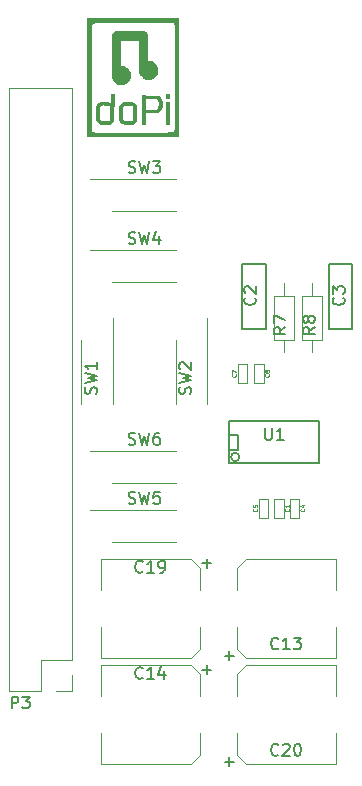
<source format=gbr>
G04 #@! TF.FileFunction,Legend,Top*
%FSLAX46Y46*%
G04 Gerber Fmt 4.6, Leading zero omitted, Abs format (unit mm)*
G04 Created by KiCad (PCBNEW 4.0.7) date 05/16/18 21:08:28*
%MOMM*%
%LPD*%
G01*
G04 APERTURE LIST*
%ADD10C,0.100000*%
%ADD11C,0.120000*%
%ADD12C,0.075000*%
%ADD13C,0.150000*%
%ADD14C,0.010000*%
%ADD15C,0.050000*%
G04 APERTURE END LIST*
D10*
D11*
X107390000Y-75670000D02*
X114700000Y-75670000D01*
X109300000Y-78330000D02*
X114700000Y-78330000D01*
D12*
X123400000Y-98300000D02*
X123800000Y-98300000D01*
X123800000Y-98300000D02*
X123800000Y-96700000D01*
X123800000Y-96700000D02*
X123000000Y-96700000D01*
X123000000Y-96700000D02*
X123000000Y-98300000D01*
X123000000Y-98300000D02*
X123400000Y-98300000D01*
D13*
X120300000Y-76850000D02*
X120300000Y-82350000D01*
X120300000Y-82350000D02*
X122300000Y-82350000D01*
X122300000Y-82350000D02*
X122300000Y-76850000D01*
X122300000Y-76850000D02*
X120300000Y-76850000D01*
X129600000Y-82350000D02*
X129600000Y-76850000D01*
X129600000Y-76850000D02*
X127600000Y-76850000D01*
X127600000Y-76850000D02*
X127600000Y-82350000D01*
X127600000Y-82350000D02*
X129600000Y-82350000D01*
D12*
X124700000Y-98300000D02*
X125100000Y-98300000D01*
X125100000Y-98300000D02*
X125100000Y-96700000D01*
X125100000Y-96700000D02*
X124300000Y-96700000D01*
X124300000Y-96700000D02*
X124300000Y-98300000D01*
X124300000Y-98300000D02*
X124700000Y-98300000D01*
X122100000Y-96700000D02*
X121700000Y-96700000D01*
X121700000Y-96700000D02*
X121700000Y-98300000D01*
X121700000Y-98300000D02*
X122500000Y-98300000D01*
X122500000Y-98300000D02*
X122500000Y-96700000D01*
X122500000Y-96700000D02*
X122100000Y-96700000D01*
X120300000Y-85300000D02*
X119900000Y-85300000D01*
X119900000Y-85300000D02*
X119900000Y-86900000D01*
X119900000Y-86900000D02*
X120700000Y-86900000D01*
X120700000Y-86900000D02*
X120700000Y-85300000D01*
X120700000Y-85300000D02*
X120300000Y-85300000D01*
X121700000Y-86900000D02*
X122100000Y-86900000D01*
X122100000Y-86900000D02*
X122100000Y-85300000D01*
X122100000Y-85300000D02*
X121300000Y-85300000D01*
X121300000Y-85300000D02*
X121300000Y-86900000D01*
X121300000Y-86900000D02*
X121700000Y-86900000D01*
D11*
X119810000Y-102570000D02*
X119810000Y-104440000D01*
X119810000Y-109430000D02*
X119810000Y-107560000D01*
X128190000Y-110190000D02*
X128190000Y-107560000D01*
X128190000Y-101810000D02*
X128190000Y-104440000D01*
X128190000Y-110190000D02*
X120570000Y-110190000D01*
X120570000Y-110190000D02*
X119810000Y-109430000D01*
X119810000Y-102570000D02*
X120570000Y-101810000D01*
X120570000Y-101810000D02*
X128190000Y-101810000D01*
X116690000Y-118430000D02*
X116690000Y-116560000D01*
X116690000Y-111570000D02*
X116690000Y-113440000D01*
X108310000Y-110810000D02*
X108310000Y-113440000D01*
X108310000Y-119190000D02*
X108310000Y-116560000D01*
X108310000Y-110810000D02*
X115930000Y-110810000D01*
X115930000Y-110810000D02*
X116690000Y-111570000D01*
X116690000Y-118430000D02*
X115930000Y-119190000D01*
X115930000Y-119190000D02*
X108310000Y-119190000D01*
X116690000Y-109430000D02*
X116690000Y-107560000D01*
X116690000Y-102570000D02*
X116690000Y-104440000D01*
X108310000Y-101810000D02*
X108310000Y-104440000D01*
X108310000Y-110190000D02*
X108310000Y-107560000D01*
X108310000Y-101810000D02*
X115930000Y-101810000D01*
X115930000Y-101810000D02*
X116690000Y-102570000D01*
X116690000Y-109430000D02*
X115930000Y-110190000D01*
X115930000Y-110190000D02*
X108310000Y-110190000D01*
X119810000Y-111570000D02*
X119810000Y-113440000D01*
X119810000Y-118430000D02*
X119810000Y-116560000D01*
X128190000Y-119190000D02*
X128190000Y-116560000D01*
X128190000Y-110810000D02*
X128190000Y-113440000D01*
X128190000Y-119190000D02*
X120570000Y-119190000D01*
X120570000Y-119190000D02*
X119810000Y-118430000D01*
X119810000Y-111570000D02*
X120570000Y-110810000D01*
X120570000Y-110810000D02*
X128190000Y-110810000D01*
X105890000Y-110330000D02*
X105890000Y-61950000D01*
X105890000Y-61950000D02*
X100570000Y-61950000D01*
X100570000Y-61950000D02*
X100570000Y-112990000D01*
X100570000Y-112990000D02*
X103230000Y-112990000D01*
X103230000Y-112990000D02*
X103230000Y-110330000D01*
X103230000Y-110330000D02*
X105890000Y-110330000D01*
X105890000Y-111600000D02*
X105890000Y-112990000D01*
X105890000Y-112990000D02*
X104500000Y-112990000D01*
X122940000Y-83250000D02*
X124660000Y-83250000D01*
X124660000Y-83250000D02*
X124660000Y-79530000D01*
X124660000Y-79530000D02*
X122940000Y-79530000D01*
X122940000Y-79530000D02*
X122940000Y-83250000D01*
X123800000Y-84320000D02*
X123800000Y-83250000D01*
X123800000Y-78460000D02*
X123800000Y-79530000D01*
X125340000Y-83250000D02*
X127060000Y-83250000D01*
X127060000Y-83250000D02*
X127060000Y-79530000D01*
X127060000Y-79530000D02*
X125340000Y-79530000D01*
X125340000Y-79530000D02*
X125340000Y-83250000D01*
X126200000Y-84320000D02*
X126200000Y-83250000D01*
X126200000Y-78460000D02*
X126200000Y-79530000D01*
D13*
X126810000Y-90122000D02*
X119190000Y-90122000D01*
X119190000Y-93678000D02*
X126810000Y-93678000D01*
X126810000Y-90122000D02*
X126810000Y-93678000D01*
X119190000Y-93678000D02*
X119190000Y-90122000D01*
X120057210Y-93170000D02*
G75*
G03X120057210Y-93170000I-359210J0D01*
G01*
X119190000Y-91265000D02*
X119952000Y-91265000D01*
X119952000Y-91265000D02*
X119952000Y-92535000D01*
X119952000Y-92535000D02*
X119190000Y-92535000D01*
D11*
X109330000Y-81390000D02*
X109330000Y-88700000D01*
X106670000Y-83300000D02*
X106670000Y-88700000D01*
X117330000Y-81390000D02*
X117330000Y-88700000D01*
X114670000Y-83300000D02*
X114670000Y-88700000D01*
X107390000Y-69670000D02*
X114700000Y-69670000D01*
X109300000Y-72330000D02*
X114700000Y-72330000D01*
X107390000Y-97670000D02*
X114700000Y-97670000D01*
X109300000Y-100330000D02*
X114700000Y-100330000D01*
X107390000Y-92670000D02*
X114700000Y-92670000D01*
X109300000Y-95330000D02*
X114700000Y-95330000D01*
D14*
G36*
X114843866Y-65978400D02*
X107173067Y-65978400D01*
X107173067Y-61119926D01*
X107443705Y-61119926D01*
X107443794Y-61452982D01*
X107443982Y-61784517D01*
X107444268Y-62112791D01*
X107444652Y-62436064D01*
X107445134Y-62752595D01*
X107445713Y-63060645D01*
X107446390Y-63358473D01*
X107447163Y-63644339D01*
X107448032Y-63916503D01*
X107448997Y-64173224D01*
X107450058Y-64412762D01*
X107451214Y-64633377D01*
X107452465Y-64833329D01*
X107453810Y-65010877D01*
X107455250Y-65164282D01*
X107456783Y-65291802D01*
X107458410Y-65391698D01*
X107460130Y-65462230D01*
X107461942Y-65501657D01*
X107463049Y-65509613D01*
X107523407Y-65591130D01*
X107608195Y-65653792D01*
X107706467Y-65691740D01*
X107728311Y-65692985D01*
X107782361Y-65694170D01*
X107866955Y-65695289D01*
X107980431Y-65696338D01*
X108121129Y-65697312D01*
X108287386Y-65698205D01*
X108477542Y-65699014D01*
X108689935Y-65699732D01*
X108922903Y-65700355D01*
X109174786Y-65700879D01*
X109443921Y-65701297D01*
X109728649Y-65701606D01*
X110027306Y-65701800D01*
X110338232Y-65701875D01*
X110659766Y-65701826D01*
X110990245Y-65701647D01*
X111042333Y-65701607D01*
X111434546Y-65701287D01*
X111794320Y-65700968D01*
X112123082Y-65700634D01*
X112422261Y-65700272D01*
X112693284Y-65699865D01*
X112937579Y-65699401D01*
X113156574Y-65698864D01*
X113351696Y-65698239D01*
X113524373Y-65697512D01*
X113676033Y-65696668D01*
X113808103Y-65695694D01*
X113922011Y-65694573D01*
X114019185Y-65693292D01*
X114101052Y-65691836D01*
X114169041Y-65690190D01*
X114224579Y-65688339D01*
X114269093Y-65686270D01*
X114304012Y-65683967D01*
X114330763Y-65681417D01*
X114350773Y-65678603D01*
X114365471Y-65675512D01*
X114376285Y-65672129D01*
X114384641Y-65668440D01*
X114386666Y-65667386D01*
X114478643Y-65604861D01*
X114541200Y-65531915D01*
X114549142Y-65517808D01*
X114551787Y-65495944D01*
X114554295Y-65441928D01*
X114556666Y-65357475D01*
X114558899Y-65244297D01*
X114560995Y-65104110D01*
X114562953Y-64938627D01*
X114564774Y-64749563D01*
X114566458Y-64538631D01*
X114568004Y-64307547D01*
X114569413Y-64058024D01*
X114570684Y-63791777D01*
X114571819Y-63510519D01*
X114572815Y-63215964D01*
X114573675Y-62909828D01*
X114574397Y-62593824D01*
X114574982Y-62269666D01*
X114575429Y-61939068D01*
X114575739Y-61603746D01*
X114575912Y-61265412D01*
X114575947Y-60925781D01*
X114575845Y-60586567D01*
X114575605Y-60249485D01*
X114575229Y-59916248D01*
X114574714Y-59588571D01*
X114574063Y-59268168D01*
X114573274Y-58956753D01*
X114572347Y-58656040D01*
X114571284Y-58367744D01*
X114570083Y-58093578D01*
X114568744Y-57835257D01*
X114567268Y-57594495D01*
X114565655Y-57373006D01*
X114563905Y-57172505D01*
X114562017Y-56994705D01*
X114559992Y-56841321D01*
X114557829Y-56714067D01*
X114555529Y-56614656D01*
X114553092Y-56544804D01*
X114550517Y-56506225D01*
X114549142Y-56499126D01*
X114492251Y-56424601D01*
X114405372Y-56359973D01*
X114386666Y-56349548D01*
X114378619Y-56345711D01*
X114368516Y-56342198D01*
X114354903Y-56338994D01*
X114336329Y-56336085D01*
X114311338Y-56333456D01*
X114278479Y-56331094D01*
X114236298Y-56328984D01*
X114183341Y-56327112D01*
X114118155Y-56325464D01*
X114039288Y-56324025D01*
X113945286Y-56322782D01*
X113834695Y-56321720D01*
X113706062Y-56320825D01*
X113557935Y-56320083D01*
X113388860Y-56319479D01*
X113197383Y-56319000D01*
X112982051Y-56318630D01*
X112741412Y-56318357D01*
X112474012Y-56318166D01*
X112178397Y-56318042D01*
X111853114Y-56317971D01*
X111496711Y-56317940D01*
X111152400Y-56317934D01*
X110758754Y-56317900D01*
X110397518Y-56317833D01*
X110067237Y-56317786D01*
X109766454Y-56317810D01*
X109493714Y-56317957D01*
X109247561Y-56318279D01*
X109026538Y-56318830D01*
X108829190Y-56319660D01*
X108654060Y-56320821D01*
X108499693Y-56322366D01*
X108364633Y-56324348D01*
X108247424Y-56326817D01*
X108146609Y-56329826D01*
X108060732Y-56333427D01*
X107988339Y-56337672D01*
X107927972Y-56342614D01*
X107878176Y-56348304D01*
X107837494Y-56354794D01*
X107804471Y-56362137D01*
X107777651Y-56370385D01*
X107755578Y-56379589D01*
X107736795Y-56389801D01*
X107719847Y-56401075D01*
X107703278Y-56413461D01*
X107685632Y-56427013D01*
X107665452Y-56441781D01*
X107664133Y-56442704D01*
X107579231Y-56518283D01*
X107517698Y-56611947D01*
X107477302Y-56727822D01*
X107461263Y-56817467D01*
X107459407Y-56848769D01*
X107457656Y-56911615D01*
X107456011Y-57004265D01*
X107454471Y-57124978D01*
X107453035Y-57272015D01*
X107451703Y-57443634D01*
X107450475Y-57638096D01*
X107449350Y-57853661D01*
X107448329Y-58088588D01*
X107447410Y-58341136D01*
X107446594Y-58609567D01*
X107445879Y-58892139D01*
X107445267Y-59187113D01*
X107444755Y-59492747D01*
X107444345Y-59807302D01*
X107444035Y-60129038D01*
X107443825Y-60456214D01*
X107443715Y-60787090D01*
X107443705Y-61119926D01*
X107173067Y-61119926D01*
X107173067Y-56038534D01*
X114843866Y-56038534D01*
X114843866Y-65978400D01*
X114843866Y-65978400D01*
G37*
X114843866Y-65978400D02*
X107173067Y-65978400D01*
X107173067Y-61119926D01*
X107443705Y-61119926D01*
X107443794Y-61452982D01*
X107443982Y-61784517D01*
X107444268Y-62112791D01*
X107444652Y-62436064D01*
X107445134Y-62752595D01*
X107445713Y-63060645D01*
X107446390Y-63358473D01*
X107447163Y-63644339D01*
X107448032Y-63916503D01*
X107448997Y-64173224D01*
X107450058Y-64412762D01*
X107451214Y-64633377D01*
X107452465Y-64833329D01*
X107453810Y-65010877D01*
X107455250Y-65164282D01*
X107456783Y-65291802D01*
X107458410Y-65391698D01*
X107460130Y-65462230D01*
X107461942Y-65501657D01*
X107463049Y-65509613D01*
X107523407Y-65591130D01*
X107608195Y-65653792D01*
X107706467Y-65691740D01*
X107728311Y-65692985D01*
X107782361Y-65694170D01*
X107866955Y-65695289D01*
X107980431Y-65696338D01*
X108121129Y-65697312D01*
X108287386Y-65698205D01*
X108477542Y-65699014D01*
X108689935Y-65699732D01*
X108922903Y-65700355D01*
X109174786Y-65700879D01*
X109443921Y-65701297D01*
X109728649Y-65701606D01*
X110027306Y-65701800D01*
X110338232Y-65701875D01*
X110659766Y-65701826D01*
X110990245Y-65701647D01*
X111042333Y-65701607D01*
X111434546Y-65701287D01*
X111794320Y-65700968D01*
X112123082Y-65700634D01*
X112422261Y-65700272D01*
X112693284Y-65699865D01*
X112937579Y-65699401D01*
X113156574Y-65698864D01*
X113351696Y-65698239D01*
X113524373Y-65697512D01*
X113676033Y-65696668D01*
X113808103Y-65695694D01*
X113922011Y-65694573D01*
X114019185Y-65693292D01*
X114101052Y-65691836D01*
X114169041Y-65690190D01*
X114224579Y-65688339D01*
X114269093Y-65686270D01*
X114304012Y-65683967D01*
X114330763Y-65681417D01*
X114350773Y-65678603D01*
X114365471Y-65675512D01*
X114376285Y-65672129D01*
X114384641Y-65668440D01*
X114386666Y-65667386D01*
X114478643Y-65604861D01*
X114541200Y-65531915D01*
X114549142Y-65517808D01*
X114551787Y-65495944D01*
X114554295Y-65441928D01*
X114556666Y-65357475D01*
X114558899Y-65244297D01*
X114560995Y-65104110D01*
X114562953Y-64938627D01*
X114564774Y-64749563D01*
X114566458Y-64538631D01*
X114568004Y-64307547D01*
X114569413Y-64058024D01*
X114570684Y-63791777D01*
X114571819Y-63510519D01*
X114572815Y-63215964D01*
X114573675Y-62909828D01*
X114574397Y-62593824D01*
X114574982Y-62269666D01*
X114575429Y-61939068D01*
X114575739Y-61603746D01*
X114575912Y-61265412D01*
X114575947Y-60925781D01*
X114575845Y-60586567D01*
X114575605Y-60249485D01*
X114575229Y-59916248D01*
X114574714Y-59588571D01*
X114574063Y-59268168D01*
X114573274Y-58956753D01*
X114572347Y-58656040D01*
X114571284Y-58367744D01*
X114570083Y-58093578D01*
X114568744Y-57835257D01*
X114567268Y-57594495D01*
X114565655Y-57373006D01*
X114563905Y-57172505D01*
X114562017Y-56994705D01*
X114559992Y-56841321D01*
X114557829Y-56714067D01*
X114555529Y-56614656D01*
X114553092Y-56544804D01*
X114550517Y-56506225D01*
X114549142Y-56499126D01*
X114492251Y-56424601D01*
X114405372Y-56359973D01*
X114386666Y-56349548D01*
X114378619Y-56345711D01*
X114368516Y-56342198D01*
X114354903Y-56338994D01*
X114336329Y-56336085D01*
X114311338Y-56333456D01*
X114278479Y-56331094D01*
X114236298Y-56328984D01*
X114183341Y-56327112D01*
X114118155Y-56325464D01*
X114039288Y-56324025D01*
X113945286Y-56322782D01*
X113834695Y-56321720D01*
X113706062Y-56320825D01*
X113557935Y-56320083D01*
X113388860Y-56319479D01*
X113197383Y-56319000D01*
X112982051Y-56318630D01*
X112741412Y-56318357D01*
X112474012Y-56318166D01*
X112178397Y-56318042D01*
X111853114Y-56317971D01*
X111496711Y-56317940D01*
X111152400Y-56317934D01*
X110758754Y-56317900D01*
X110397518Y-56317833D01*
X110067237Y-56317786D01*
X109766454Y-56317810D01*
X109493714Y-56317957D01*
X109247561Y-56318279D01*
X109026538Y-56318830D01*
X108829190Y-56319660D01*
X108654060Y-56320821D01*
X108499693Y-56322366D01*
X108364633Y-56324348D01*
X108247424Y-56326817D01*
X108146609Y-56329826D01*
X108060732Y-56333427D01*
X107988339Y-56337672D01*
X107927972Y-56342614D01*
X107878176Y-56348304D01*
X107837494Y-56354794D01*
X107804471Y-56362137D01*
X107777651Y-56370385D01*
X107755578Y-56379589D01*
X107736795Y-56389801D01*
X107719847Y-56401075D01*
X107703278Y-56413461D01*
X107685632Y-56427013D01*
X107665452Y-56441781D01*
X107664133Y-56442704D01*
X107579231Y-56518283D01*
X107517698Y-56611947D01*
X107477302Y-56727822D01*
X107461263Y-56817467D01*
X107459407Y-56848769D01*
X107457656Y-56911615D01*
X107456011Y-57004265D01*
X107454471Y-57124978D01*
X107453035Y-57272015D01*
X107451703Y-57443634D01*
X107450475Y-57638096D01*
X107449350Y-57853661D01*
X107448329Y-58088588D01*
X107447410Y-58341136D01*
X107446594Y-58609567D01*
X107445879Y-58892139D01*
X107445267Y-59187113D01*
X107444755Y-59492747D01*
X107444345Y-59807302D01*
X107444035Y-60129038D01*
X107443825Y-60456214D01*
X107443715Y-60787090D01*
X107443705Y-61119926D01*
X107173067Y-61119926D01*
X107173067Y-56038534D01*
X114843866Y-56038534D01*
X114843866Y-65978400D01*
G36*
X109382867Y-64615267D02*
X109343859Y-64699934D01*
X109297462Y-64783407D01*
X109241348Y-64845906D01*
X109166024Y-64896628D01*
X109114495Y-64922141D01*
X109076332Y-64938944D01*
X109042183Y-64951327D01*
X109005892Y-64960055D01*
X108961304Y-64965892D01*
X108902264Y-64969601D01*
X108822615Y-64971947D01*
X108716204Y-64973694D01*
X108697067Y-64973958D01*
X108551321Y-64974534D01*
X108437376Y-64971768D01*
X108353321Y-64965575D01*
X108299133Y-64956368D01*
X108169203Y-64909477D01*
X108066482Y-64842740D01*
X107990386Y-64755663D01*
X107942822Y-64655460D01*
X107935529Y-64628846D01*
X107929790Y-64595357D01*
X107925483Y-64551259D01*
X107922488Y-64492818D01*
X107920682Y-64416302D01*
X107919944Y-64317975D01*
X107920002Y-64283180D01*
X108173461Y-64283180D01*
X108173675Y-64375119D01*
X108174962Y-64445441D01*
X108177521Y-64498226D01*
X108181549Y-64537557D01*
X108187243Y-64567514D01*
X108194800Y-64592181D01*
X108204367Y-64615520D01*
X108228765Y-64661984D01*
X108258625Y-64697353D01*
X108298615Y-64723085D01*
X108353403Y-64740636D01*
X108427657Y-64751464D01*
X108526045Y-64757028D01*
X108653234Y-64758784D01*
X108663200Y-64758802D01*
X108772137Y-64758377D01*
X108853019Y-64756459D01*
X108911643Y-64752546D01*
X108953807Y-64746136D01*
X108985307Y-64736728D01*
X109001290Y-64729541D01*
X109049767Y-64694131D01*
X109090727Y-64646678D01*
X109094424Y-64640667D01*
X109104582Y-64621217D01*
X109112609Y-64599072D01*
X109118813Y-64570066D01*
X109123501Y-64530035D01*
X109126980Y-64474816D01*
X109129559Y-64400243D01*
X109131545Y-64302152D01*
X109133246Y-64176379D01*
X109134060Y-64104175D01*
X109135367Y-63947517D01*
X109135234Y-63820744D01*
X109133222Y-63719886D01*
X109128891Y-63640976D01*
X109121804Y-63580045D01*
X109111521Y-63533126D01*
X109097604Y-63496251D01*
X109079614Y-63465451D01*
X109060751Y-63441034D01*
X109020454Y-63401322D01*
X108971996Y-63371599D01*
X108909894Y-63350349D01*
X108828668Y-63336057D01*
X108722838Y-63327207D01*
X108635896Y-63323583D01*
X108538050Y-63321088D01*
X108466852Y-63321006D01*
X108415131Y-63323946D01*
X108375715Y-63330515D01*
X108341435Y-63341323D01*
X108319598Y-63350427D01*
X108283320Y-63367235D01*
X108253983Y-63384668D01*
X108230809Y-63406326D01*
X108213022Y-63435812D01*
X108199842Y-63476729D01*
X108190494Y-63532677D01*
X108184198Y-63607259D01*
X108180179Y-63704077D01*
X108177657Y-63826734D01*
X108175856Y-63978830D01*
X108175465Y-64018119D01*
X108174123Y-64165540D01*
X108173461Y-64283180D01*
X107920002Y-64283180D01*
X107920152Y-64194106D01*
X107921185Y-64040960D01*
X107921523Y-64001621D01*
X107926600Y-63427197D01*
X107977800Y-63344422D01*
X108030808Y-63272457D01*
X108093297Y-63216194D01*
X108169511Y-63174116D01*
X108263696Y-63144709D01*
X108380097Y-63126457D01*
X108522959Y-63117844D01*
X108615776Y-63116667D01*
X108749137Y-63119244D01*
X108854565Y-63127863D01*
X108937665Y-63143858D01*
X109004043Y-63168562D01*
X109059302Y-63203309D01*
X109089199Y-63229288D01*
X109137333Y-63275403D01*
X109137333Y-62456267D01*
X109392523Y-62456267D01*
X109382867Y-64615267D01*
X109382867Y-64615267D01*
G37*
X109382867Y-64615267D02*
X109343859Y-64699934D01*
X109297462Y-64783407D01*
X109241348Y-64845906D01*
X109166024Y-64896628D01*
X109114495Y-64922141D01*
X109076332Y-64938944D01*
X109042183Y-64951327D01*
X109005892Y-64960055D01*
X108961304Y-64965892D01*
X108902264Y-64969601D01*
X108822615Y-64971947D01*
X108716204Y-64973694D01*
X108697067Y-64973958D01*
X108551321Y-64974534D01*
X108437376Y-64971768D01*
X108353321Y-64965575D01*
X108299133Y-64956368D01*
X108169203Y-64909477D01*
X108066482Y-64842740D01*
X107990386Y-64755663D01*
X107942822Y-64655460D01*
X107935529Y-64628846D01*
X107929790Y-64595357D01*
X107925483Y-64551259D01*
X107922488Y-64492818D01*
X107920682Y-64416302D01*
X107919944Y-64317975D01*
X107920002Y-64283180D01*
X108173461Y-64283180D01*
X108173675Y-64375119D01*
X108174962Y-64445441D01*
X108177521Y-64498226D01*
X108181549Y-64537557D01*
X108187243Y-64567514D01*
X108194800Y-64592181D01*
X108204367Y-64615520D01*
X108228765Y-64661984D01*
X108258625Y-64697353D01*
X108298615Y-64723085D01*
X108353403Y-64740636D01*
X108427657Y-64751464D01*
X108526045Y-64757028D01*
X108653234Y-64758784D01*
X108663200Y-64758802D01*
X108772137Y-64758377D01*
X108853019Y-64756459D01*
X108911643Y-64752546D01*
X108953807Y-64746136D01*
X108985307Y-64736728D01*
X109001290Y-64729541D01*
X109049767Y-64694131D01*
X109090727Y-64646678D01*
X109094424Y-64640667D01*
X109104582Y-64621217D01*
X109112609Y-64599072D01*
X109118813Y-64570066D01*
X109123501Y-64530035D01*
X109126980Y-64474816D01*
X109129559Y-64400243D01*
X109131545Y-64302152D01*
X109133246Y-64176379D01*
X109134060Y-64104175D01*
X109135367Y-63947517D01*
X109135234Y-63820744D01*
X109133222Y-63719886D01*
X109128891Y-63640976D01*
X109121804Y-63580045D01*
X109111521Y-63533126D01*
X109097604Y-63496251D01*
X109079614Y-63465451D01*
X109060751Y-63441034D01*
X109020454Y-63401322D01*
X108971996Y-63371599D01*
X108909894Y-63350349D01*
X108828668Y-63336057D01*
X108722838Y-63327207D01*
X108635896Y-63323583D01*
X108538050Y-63321088D01*
X108466852Y-63321006D01*
X108415131Y-63323946D01*
X108375715Y-63330515D01*
X108341435Y-63341323D01*
X108319598Y-63350427D01*
X108283320Y-63367235D01*
X108253983Y-63384668D01*
X108230809Y-63406326D01*
X108213022Y-63435812D01*
X108199842Y-63476729D01*
X108190494Y-63532677D01*
X108184198Y-63607259D01*
X108180179Y-63704077D01*
X108177657Y-63826734D01*
X108175856Y-63978830D01*
X108175465Y-64018119D01*
X108174123Y-64165540D01*
X108173461Y-64283180D01*
X107920002Y-64283180D01*
X107920152Y-64194106D01*
X107921185Y-64040960D01*
X107921523Y-64001621D01*
X107926600Y-63427197D01*
X107977800Y-63344422D01*
X108030808Y-63272457D01*
X108093297Y-63216194D01*
X108169511Y-63174116D01*
X108263696Y-63144709D01*
X108380097Y-63126457D01*
X108522959Y-63117844D01*
X108615776Y-63116667D01*
X108749137Y-63119244D01*
X108854565Y-63127863D01*
X108937665Y-63143858D01*
X109004043Y-63168562D01*
X109059302Y-63203309D01*
X109089199Y-63229288D01*
X109137333Y-63275403D01*
X109137333Y-62456267D01*
X109392523Y-62456267D01*
X109382867Y-64615267D01*
G36*
X110699458Y-63125826D02*
X110785900Y-63126965D01*
X110850439Y-63129645D01*
X110899057Y-63134409D01*
X110937734Y-63141797D01*
X110972450Y-63152354D01*
X111001343Y-63163425D01*
X111117868Y-63225877D01*
X111209103Y-63308012D01*
X111272567Y-63407594D01*
X111272764Y-63408030D01*
X111283876Y-63433391D01*
X111292743Y-63457616D01*
X111299620Y-63484705D01*
X111304758Y-63518656D01*
X111308412Y-63563469D01*
X111310834Y-63623142D01*
X111312277Y-63701675D01*
X111312995Y-63803067D01*
X111313240Y-63931315D01*
X111313266Y-64048000D01*
X111313266Y-64598334D01*
X111262466Y-64699932D01*
X111193315Y-64803343D01*
X111101436Y-64881843D01*
X110986072Y-64936069D01*
X110978086Y-64938660D01*
X110923691Y-64950113D01*
X110843717Y-64959670D01*
X110746412Y-64967053D01*
X110640024Y-64971987D01*
X110532803Y-64974195D01*
X110432996Y-64973402D01*
X110348852Y-64969330D01*
X110288800Y-64961741D01*
X110153658Y-64921257D01*
X110045153Y-64860993D01*
X109961725Y-64779927D01*
X109924094Y-64722760D01*
X109873933Y-64632200D01*
X109868820Y-64083886D01*
X109868394Y-64031712D01*
X110119493Y-64031712D01*
X110119573Y-64175342D01*
X110120014Y-64289270D01*
X110121091Y-64377661D01*
X110123079Y-64444682D01*
X110126254Y-64494497D01*
X110130892Y-64531270D01*
X110137268Y-64559168D01*
X110145657Y-64582355D01*
X110156335Y-64604996D01*
X110157567Y-64607446D01*
X110201749Y-64672108D01*
X110264006Y-64717371D01*
X110271221Y-64721100D01*
X110304141Y-64736176D01*
X110337572Y-64746686D01*
X110378393Y-64753435D01*
X110433482Y-64757232D01*
X110509717Y-64758882D01*
X110596085Y-64759200D01*
X110688573Y-64757999D01*
X110772454Y-64754698D01*
X110840218Y-64749753D01*
X110884354Y-64743620D01*
X110893064Y-64741190D01*
X110970002Y-64695251D01*
X111023933Y-64624752D01*
X111051333Y-64544964D01*
X111057646Y-64493872D01*
X111062199Y-64411220D01*
X111064938Y-64299270D01*
X111065807Y-64160285D01*
X111064753Y-63996528D01*
X111064711Y-63992916D01*
X111062537Y-63839157D01*
X111059447Y-63715493D01*
X111054563Y-63618154D01*
X111047012Y-63543368D01*
X111035917Y-63487363D01*
X111020403Y-63446369D01*
X110999594Y-63416614D01*
X110972616Y-63394328D01*
X110938592Y-63375738D01*
X110919401Y-63366976D01*
X110888134Y-63354686D01*
X110854847Y-63346090D01*
X110813364Y-63340720D01*
X110757508Y-63338107D01*
X110681102Y-63337780D01*
X110577971Y-63339272D01*
X110559543Y-63339628D01*
X110453116Y-63342087D01*
X110374940Y-63345079D01*
X110319399Y-63349293D01*
X110280878Y-63355414D01*
X110253760Y-63364129D01*
X110232431Y-63376124D01*
X110226494Y-63380337D01*
X110197593Y-63402853D01*
X110174422Y-63426005D01*
X110156349Y-63453639D01*
X110142741Y-63489602D01*
X110132968Y-63537740D01*
X110126398Y-63601899D01*
X110122397Y-63685925D01*
X110120336Y-63793665D01*
X110119582Y-63928964D01*
X110119493Y-64031712D01*
X109868394Y-64031712D01*
X109867558Y-63929669D01*
X109867056Y-63805248D01*
X109867470Y-63706559D01*
X109868956Y-63629539D01*
X109871671Y-63570121D01*
X109875771Y-63524242D01*
X109881413Y-63487837D01*
X109888753Y-63456842D01*
X109893573Y-63440621D01*
X109943309Y-63337525D01*
X110021032Y-63250763D01*
X110123449Y-63183690D01*
X110163377Y-63165939D01*
X110200953Y-63151898D01*
X110236848Y-63141585D01*
X110277126Y-63134419D01*
X110327850Y-63129823D01*
X110395082Y-63127217D01*
X110484887Y-63126024D01*
X110585133Y-63125685D01*
X110699458Y-63125826D01*
X110699458Y-63125826D01*
G37*
X110699458Y-63125826D02*
X110785900Y-63126965D01*
X110850439Y-63129645D01*
X110899057Y-63134409D01*
X110937734Y-63141797D01*
X110972450Y-63152354D01*
X111001343Y-63163425D01*
X111117868Y-63225877D01*
X111209103Y-63308012D01*
X111272567Y-63407594D01*
X111272764Y-63408030D01*
X111283876Y-63433391D01*
X111292743Y-63457616D01*
X111299620Y-63484705D01*
X111304758Y-63518656D01*
X111308412Y-63563469D01*
X111310834Y-63623142D01*
X111312277Y-63701675D01*
X111312995Y-63803067D01*
X111313240Y-63931315D01*
X111313266Y-64048000D01*
X111313266Y-64598334D01*
X111262466Y-64699932D01*
X111193315Y-64803343D01*
X111101436Y-64881843D01*
X110986072Y-64936069D01*
X110978086Y-64938660D01*
X110923691Y-64950113D01*
X110843717Y-64959670D01*
X110746412Y-64967053D01*
X110640024Y-64971987D01*
X110532803Y-64974195D01*
X110432996Y-64973402D01*
X110348852Y-64969330D01*
X110288800Y-64961741D01*
X110153658Y-64921257D01*
X110045153Y-64860993D01*
X109961725Y-64779927D01*
X109924094Y-64722760D01*
X109873933Y-64632200D01*
X109868820Y-64083886D01*
X109868394Y-64031712D01*
X110119493Y-64031712D01*
X110119573Y-64175342D01*
X110120014Y-64289270D01*
X110121091Y-64377661D01*
X110123079Y-64444682D01*
X110126254Y-64494497D01*
X110130892Y-64531270D01*
X110137268Y-64559168D01*
X110145657Y-64582355D01*
X110156335Y-64604996D01*
X110157567Y-64607446D01*
X110201749Y-64672108D01*
X110264006Y-64717371D01*
X110271221Y-64721100D01*
X110304141Y-64736176D01*
X110337572Y-64746686D01*
X110378393Y-64753435D01*
X110433482Y-64757232D01*
X110509717Y-64758882D01*
X110596085Y-64759200D01*
X110688573Y-64757999D01*
X110772454Y-64754698D01*
X110840218Y-64749753D01*
X110884354Y-64743620D01*
X110893064Y-64741190D01*
X110970002Y-64695251D01*
X111023933Y-64624752D01*
X111051333Y-64544964D01*
X111057646Y-64493872D01*
X111062199Y-64411220D01*
X111064938Y-64299270D01*
X111065807Y-64160285D01*
X111064753Y-63996528D01*
X111064711Y-63992916D01*
X111062537Y-63839157D01*
X111059447Y-63715493D01*
X111054563Y-63618154D01*
X111047012Y-63543368D01*
X111035917Y-63487363D01*
X111020403Y-63446369D01*
X110999594Y-63416614D01*
X110972616Y-63394328D01*
X110938592Y-63375738D01*
X110919401Y-63366976D01*
X110888134Y-63354686D01*
X110854847Y-63346090D01*
X110813364Y-63340720D01*
X110757508Y-63338107D01*
X110681102Y-63337780D01*
X110577971Y-63339272D01*
X110559543Y-63339628D01*
X110453116Y-63342087D01*
X110374940Y-63345079D01*
X110319399Y-63349293D01*
X110280878Y-63355414D01*
X110253760Y-63364129D01*
X110232431Y-63376124D01*
X110226494Y-63380337D01*
X110197593Y-63402853D01*
X110174422Y-63426005D01*
X110156349Y-63453639D01*
X110142741Y-63489602D01*
X110132968Y-63537740D01*
X110126398Y-63601899D01*
X110122397Y-63685925D01*
X110120336Y-63793665D01*
X110119582Y-63928964D01*
X110119493Y-64031712D01*
X109868394Y-64031712D01*
X109867558Y-63929669D01*
X109867056Y-63805248D01*
X109867470Y-63706559D01*
X109868956Y-63629539D01*
X109871671Y-63570121D01*
X109875771Y-63524242D01*
X109881413Y-63487837D01*
X109888753Y-63456842D01*
X109893573Y-63440621D01*
X109943309Y-63337525D01*
X110021032Y-63250763D01*
X110123449Y-63183690D01*
X110163377Y-63165939D01*
X110200953Y-63151898D01*
X110236848Y-63141585D01*
X110277126Y-63134419D01*
X110327850Y-63129823D01*
X110395082Y-63127217D01*
X110484887Y-63126024D01*
X110585133Y-63125685D01*
X110699458Y-63125826D01*
G36*
X112426633Y-62561466D02*
X112590513Y-62563278D01*
X112724206Y-62565209D01*
X112831392Y-62567451D01*
X112915751Y-62570200D01*
X112980964Y-62573650D01*
X113030709Y-62577994D01*
X113068667Y-62583428D01*
X113098518Y-62590145D01*
X113123729Y-62598262D01*
X113225035Y-62642754D01*
X113306235Y-62696346D01*
X113369029Y-62762625D01*
X113415119Y-62845180D01*
X113446205Y-62947598D01*
X113463989Y-63073466D01*
X113470170Y-63226372D01*
X113469158Y-63326850D01*
X113466126Y-63433048D01*
X113462273Y-63512039D01*
X113456761Y-63570481D01*
X113448753Y-63615034D01*
X113437413Y-63652357D01*
X113424274Y-63683933D01*
X113356820Y-63794308D01*
X113265763Y-63880517D01*
X113151551Y-63942239D01*
X113014629Y-63979153D01*
X113012728Y-63979464D01*
X112965588Y-63984341D01*
X112890709Y-63988705D01*
X112794219Y-63992355D01*
X112682245Y-63995090D01*
X112560914Y-63996710D01*
X112474712Y-63997072D01*
X112044423Y-63997200D01*
X112055735Y-64488267D01*
X112067046Y-64979334D01*
X111812800Y-64979334D01*
X111812800Y-63777067D01*
X112066800Y-63777067D01*
X112494367Y-63776972D01*
X112623684Y-63776230D01*
X112740817Y-63774179D01*
X112840966Y-63770994D01*
X112919333Y-63766849D01*
X112971118Y-63761918D01*
X112985896Y-63759115D01*
X113065175Y-63726384D01*
X113126331Y-63675571D01*
X113170770Y-63603762D01*
X113199899Y-63508043D01*
X113215124Y-63385500D01*
X113218267Y-63277534D01*
X113212296Y-63133588D01*
X113193447Y-63018592D01*
X113160313Y-62929632D01*
X113111488Y-62863794D01*
X113045566Y-62818162D01*
X112985896Y-62795952D01*
X112949747Y-62790682D01*
X112884533Y-62786109D01*
X112795055Y-62782405D01*
X112686110Y-62779745D01*
X112562497Y-62778304D01*
X112494367Y-62778095D01*
X112066800Y-62778000D01*
X112066800Y-63777067D01*
X111812800Y-63777067D01*
X111812800Y-62555272D01*
X112426633Y-62561466D01*
X112426633Y-62561466D01*
G37*
X112426633Y-62561466D02*
X112590513Y-62563278D01*
X112724206Y-62565209D01*
X112831392Y-62567451D01*
X112915751Y-62570200D01*
X112980964Y-62573650D01*
X113030709Y-62577994D01*
X113068667Y-62583428D01*
X113098518Y-62590145D01*
X113123729Y-62598262D01*
X113225035Y-62642754D01*
X113306235Y-62696346D01*
X113369029Y-62762625D01*
X113415119Y-62845180D01*
X113446205Y-62947598D01*
X113463989Y-63073466D01*
X113470170Y-63226372D01*
X113469158Y-63326850D01*
X113466126Y-63433048D01*
X113462273Y-63512039D01*
X113456761Y-63570481D01*
X113448753Y-63615034D01*
X113437413Y-63652357D01*
X113424274Y-63683933D01*
X113356820Y-63794308D01*
X113265763Y-63880517D01*
X113151551Y-63942239D01*
X113014629Y-63979153D01*
X113012728Y-63979464D01*
X112965588Y-63984341D01*
X112890709Y-63988705D01*
X112794219Y-63992355D01*
X112682245Y-63995090D01*
X112560914Y-63996710D01*
X112474712Y-63997072D01*
X112044423Y-63997200D01*
X112055735Y-64488267D01*
X112067046Y-64979334D01*
X111812800Y-64979334D01*
X111812800Y-63777067D01*
X112066800Y-63777067D01*
X112494367Y-63776972D01*
X112623684Y-63776230D01*
X112740817Y-63774179D01*
X112840966Y-63770994D01*
X112919333Y-63766849D01*
X112971118Y-63761918D01*
X112985896Y-63759115D01*
X113065175Y-63726384D01*
X113126331Y-63675571D01*
X113170770Y-63603762D01*
X113199899Y-63508043D01*
X113215124Y-63385500D01*
X113218267Y-63277534D01*
X113212296Y-63133588D01*
X113193447Y-63018592D01*
X113160313Y-62929632D01*
X113111488Y-62863794D01*
X113045566Y-62818162D01*
X112985896Y-62795952D01*
X112949747Y-62790682D01*
X112884533Y-62786109D01*
X112795055Y-62782405D01*
X112686110Y-62779745D01*
X112562497Y-62778304D01*
X112494367Y-62778095D01*
X112066800Y-62778000D01*
X112066800Y-63777067D01*
X111812800Y-63777067D01*
X111812800Y-62555272D01*
X112426633Y-62561466D01*
G36*
X114081866Y-64979334D02*
X113827866Y-64979334D01*
X113827866Y-63116667D01*
X114081866Y-63116667D01*
X114081866Y-64979334D01*
X114081866Y-64979334D01*
G37*
X114081866Y-64979334D02*
X113827866Y-64979334D01*
X113827866Y-63116667D01*
X114081866Y-63116667D01*
X114081866Y-64979334D01*
G36*
X114081866Y-62794933D02*
X113827866Y-62794933D01*
X113827866Y-62456267D01*
X114081866Y-62456267D01*
X114081866Y-62794933D01*
X114081866Y-62794933D01*
G37*
X114081866Y-62794933D02*
X113827866Y-62794933D01*
X113827866Y-62456267D01*
X114081866Y-62456267D01*
X114081866Y-62794933D01*
G36*
X110495268Y-57107310D02*
X110743066Y-57108151D01*
X110805266Y-57108427D01*
X111038077Y-57109428D01*
X111239493Y-57110307D01*
X111411985Y-57111310D01*
X111558023Y-57112688D01*
X111680078Y-57114689D01*
X111780618Y-57117563D01*
X111862116Y-57121559D01*
X111927040Y-57126925D01*
X111977861Y-57133911D01*
X112017049Y-57142766D01*
X112047075Y-57153739D01*
X112070408Y-57167078D01*
X112089519Y-57183034D01*
X112106878Y-57201855D01*
X112124956Y-57223790D01*
X112141050Y-57243112D01*
X112177696Y-57293413D01*
X112204160Y-57343446D01*
X112211431Y-57366322D01*
X112213162Y-57392048D01*
X112214894Y-57448635D01*
X112216593Y-57533077D01*
X112218227Y-57642368D01*
X112219759Y-57773503D01*
X112221158Y-57923476D01*
X112222388Y-58089281D01*
X112223415Y-58267912D01*
X112224206Y-58456364D01*
X112224382Y-58510800D01*
X112227667Y-59603000D01*
X112271183Y-59597955D01*
X112309967Y-59597984D01*
X112368963Y-59602982D01*
X112432050Y-59611374D01*
X112585026Y-59651382D01*
X112723095Y-59718776D01*
X112843553Y-59809919D01*
X112943695Y-59921170D01*
X113020816Y-60048893D01*
X113072213Y-60189448D01*
X113095179Y-60339197D01*
X113087271Y-60492841D01*
X113047616Y-60647814D01*
X112981545Y-60785438D01*
X112892668Y-60904028D01*
X112784596Y-61001899D01*
X112660938Y-61077366D01*
X112525305Y-61128745D01*
X112381306Y-61154351D01*
X112232553Y-61152500D01*
X112082655Y-61121505D01*
X111935222Y-61059684D01*
X111906791Y-61043732D01*
X111845893Y-60999341D01*
X111777330Y-60936068D01*
X111710659Y-60864037D01*
X111655435Y-60793371D01*
X111627604Y-60747997D01*
X111610966Y-60715502D01*
X111596436Y-60686076D01*
X111583861Y-60657295D01*
X111573089Y-60626739D01*
X111563969Y-60591984D01*
X111556349Y-60550607D01*
X111550075Y-60500186D01*
X111544997Y-60438298D01*
X111540963Y-60362521D01*
X111537819Y-60270432D01*
X111535414Y-60159608D01*
X111533596Y-60027627D01*
X111532213Y-59872067D01*
X111531113Y-59690504D01*
X111530143Y-59480517D01*
X111529152Y-59239682D01*
X111528888Y-59175434D01*
X111523396Y-57850400D01*
X109949886Y-57850400D01*
X109954243Y-58946117D01*
X109958600Y-60041833D01*
X110051733Y-60046728D01*
X110210257Y-60068498D01*
X110351180Y-60117513D01*
X110479710Y-60195983D01*
X110555728Y-60260651D01*
X110647461Y-60360593D01*
X110714095Y-60466705D01*
X110763714Y-60591934D01*
X110764898Y-60595715D01*
X110792986Y-60739349D01*
X110792961Y-60891040D01*
X110765905Y-61041678D01*
X110712899Y-61182155D01*
X110690326Y-61223998D01*
X110611016Y-61329842D01*
X110506434Y-61425537D01*
X110384865Y-61505496D01*
X110254595Y-61564133D01*
X110142954Y-61593079D01*
X110077816Y-61602816D01*
X110027730Y-61606579D01*
X109978453Y-61604226D01*
X109915744Y-61595617D01*
X109884456Y-61590513D01*
X109741396Y-61550194D01*
X109608007Y-61480793D01*
X109489005Y-61386727D01*
X109389106Y-61272417D01*
X109313023Y-61142281D01*
X109268259Y-61012985D01*
X109264711Y-60990925D01*
X109261633Y-60955491D01*
X109259014Y-60904990D01*
X109256842Y-60837733D01*
X109255106Y-60752028D01*
X109253794Y-60646183D01*
X109252894Y-60518509D01*
X109252396Y-60367313D01*
X109252288Y-60190906D01*
X109252557Y-59987595D01*
X109253194Y-59755690D01*
X109254186Y-59493501D01*
X109255522Y-59199335D01*
X109255700Y-59162734D01*
X109257096Y-58880129D01*
X109258382Y-58629389D01*
X109259606Y-58408513D01*
X109260816Y-58215499D01*
X109262060Y-58048345D01*
X109263385Y-57905051D01*
X109264839Y-57783615D01*
X109266471Y-57682035D01*
X109268328Y-57598310D01*
X109270457Y-57530439D01*
X109272908Y-57476420D01*
X109275726Y-57434252D01*
X109278961Y-57401933D01*
X109282661Y-57377462D01*
X109286872Y-57358838D01*
X109291643Y-57344059D01*
X109297022Y-57331124D01*
X109299609Y-57325467D01*
X109359663Y-57232662D01*
X109440905Y-57164558D01*
X109539551Y-57124256D01*
X109546901Y-57122580D01*
X109578372Y-57118380D01*
X109631839Y-57114868D01*
X109708742Y-57112026D01*
X109810524Y-57109839D01*
X109938626Y-57108290D01*
X110094490Y-57107363D01*
X110279556Y-57107042D01*
X110495268Y-57107310D01*
X110495268Y-57107310D01*
G37*
X110495268Y-57107310D02*
X110743066Y-57108151D01*
X110805266Y-57108427D01*
X111038077Y-57109428D01*
X111239493Y-57110307D01*
X111411985Y-57111310D01*
X111558023Y-57112688D01*
X111680078Y-57114689D01*
X111780618Y-57117563D01*
X111862116Y-57121559D01*
X111927040Y-57126925D01*
X111977861Y-57133911D01*
X112017049Y-57142766D01*
X112047075Y-57153739D01*
X112070408Y-57167078D01*
X112089519Y-57183034D01*
X112106878Y-57201855D01*
X112124956Y-57223790D01*
X112141050Y-57243112D01*
X112177696Y-57293413D01*
X112204160Y-57343446D01*
X112211431Y-57366322D01*
X112213162Y-57392048D01*
X112214894Y-57448635D01*
X112216593Y-57533077D01*
X112218227Y-57642368D01*
X112219759Y-57773503D01*
X112221158Y-57923476D01*
X112222388Y-58089281D01*
X112223415Y-58267912D01*
X112224206Y-58456364D01*
X112224382Y-58510800D01*
X112227667Y-59603000D01*
X112271183Y-59597955D01*
X112309967Y-59597984D01*
X112368963Y-59602982D01*
X112432050Y-59611374D01*
X112585026Y-59651382D01*
X112723095Y-59718776D01*
X112843553Y-59809919D01*
X112943695Y-59921170D01*
X113020816Y-60048893D01*
X113072213Y-60189448D01*
X113095179Y-60339197D01*
X113087271Y-60492841D01*
X113047616Y-60647814D01*
X112981545Y-60785438D01*
X112892668Y-60904028D01*
X112784596Y-61001899D01*
X112660938Y-61077366D01*
X112525305Y-61128745D01*
X112381306Y-61154351D01*
X112232553Y-61152500D01*
X112082655Y-61121505D01*
X111935222Y-61059684D01*
X111906791Y-61043732D01*
X111845893Y-60999341D01*
X111777330Y-60936068D01*
X111710659Y-60864037D01*
X111655435Y-60793371D01*
X111627604Y-60747997D01*
X111610966Y-60715502D01*
X111596436Y-60686076D01*
X111583861Y-60657295D01*
X111573089Y-60626739D01*
X111563969Y-60591984D01*
X111556349Y-60550607D01*
X111550075Y-60500186D01*
X111544997Y-60438298D01*
X111540963Y-60362521D01*
X111537819Y-60270432D01*
X111535414Y-60159608D01*
X111533596Y-60027627D01*
X111532213Y-59872067D01*
X111531113Y-59690504D01*
X111530143Y-59480517D01*
X111529152Y-59239682D01*
X111528888Y-59175434D01*
X111523396Y-57850400D01*
X109949886Y-57850400D01*
X109954243Y-58946117D01*
X109958600Y-60041833D01*
X110051733Y-60046728D01*
X110210257Y-60068498D01*
X110351180Y-60117513D01*
X110479710Y-60195983D01*
X110555728Y-60260651D01*
X110647461Y-60360593D01*
X110714095Y-60466705D01*
X110763714Y-60591934D01*
X110764898Y-60595715D01*
X110792986Y-60739349D01*
X110792961Y-60891040D01*
X110765905Y-61041678D01*
X110712899Y-61182155D01*
X110690326Y-61223998D01*
X110611016Y-61329842D01*
X110506434Y-61425537D01*
X110384865Y-61505496D01*
X110254595Y-61564133D01*
X110142954Y-61593079D01*
X110077816Y-61602816D01*
X110027730Y-61606579D01*
X109978453Y-61604226D01*
X109915744Y-61595617D01*
X109884456Y-61590513D01*
X109741396Y-61550194D01*
X109608007Y-61480793D01*
X109489005Y-61386727D01*
X109389106Y-61272417D01*
X109313023Y-61142281D01*
X109268259Y-61012985D01*
X109264711Y-60990925D01*
X109261633Y-60955491D01*
X109259014Y-60904990D01*
X109256842Y-60837733D01*
X109255106Y-60752028D01*
X109253794Y-60646183D01*
X109252894Y-60518509D01*
X109252396Y-60367313D01*
X109252288Y-60190906D01*
X109252557Y-59987595D01*
X109253194Y-59755690D01*
X109254186Y-59493501D01*
X109255522Y-59199335D01*
X109255700Y-59162734D01*
X109257096Y-58880129D01*
X109258382Y-58629389D01*
X109259606Y-58408513D01*
X109260816Y-58215499D01*
X109262060Y-58048345D01*
X109263385Y-57905051D01*
X109264839Y-57783615D01*
X109266471Y-57682035D01*
X109268328Y-57598310D01*
X109270457Y-57530439D01*
X109272908Y-57476420D01*
X109275726Y-57434252D01*
X109278961Y-57401933D01*
X109282661Y-57377462D01*
X109286872Y-57358838D01*
X109291643Y-57344059D01*
X109297022Y-57331124D01*
X109299609Y-57325467D01*
X109359663Y-57232662D01*
X109440905Y-57164558D01*
X109539551Y-57124256D01*
X109546901Y-57122580D01*
X109578372Y-57118380D01*
X109631839Y-57114868D01*
X109708742Y-57112026D01*
X109810524Y-57109839D01*
X109938626Y-57108290D01*
X110094490Y-57107363D01*
X110279556Y-57107042D01*
X110495268Y-57107310D01*
D13*
X110666667Y-75074762D02*
X110809524Y-75122381D01*
X111047620Y-75122381D01*
X111142858Y-75074762D01*
X111190477Y-75027143D01*
X111238096Y-74931905D01*
X111238096Y-74836667D01*
X111190477Y-74741429D01*
X111142858Y-74693810D01*
X111047620Y-74646190D01*
X110857143Y-74598571D01*
X110761905Y-74550952D01*
X110714286Y-74503333D01*
X110666667Y-74408095D01*
X110666667Y-74312857D01*
X110714286Y-74217619D01*
X110761905Y-74170000D01*
X110857143Y-74122381D01*
X111095239Y-74122381D01*
X111238096Y-74170000D01*
X111571429Y-74122381D02*
X111809524Y-75122381D01*
X112000001Y-74408095D01*
X112190477Y-75122381D01*
X112428572Y-74122381D01*
X113238096Y-74455714D02*
X113238096Y-75122381D01*
X113000000Y-74074762D02*
X112761905Y-74789048D01*
X113380953Y-74789048D01*
D15*
X124225000Y-97558333D02*
X124241667Y-97574999D01*
X124258333Y-97624999D01*
X124258333Y-97658333D01*
X124241667Y-97708333D01*
X124208333Y-97741666D01*
X124175000Y-97758333D01*
X124108333Y-97774999D01*
X124058333Y-97774999D01*
X123991667Y-97758333D01*
X123958333Y-97741666D01*
X123925000Y-97708333D01*
X123908333Y-97658333D01*
X123908333Y-97624999D01*
X123925000Y-97574999D01*
X123941667Y-97558333D01*
X124258333Y-97224999D02*
X124258333Y-97424999D01*
X124258333Y-97324999D02*
X123908333Y-97324999D01*
X123958333Y-97358333D01*
X123991667Y-97391666D01*
X124008333Y-97424999D01*
D13*
X121357143Y-79666666D02*
X121404762Y-79714285D01*
X121452381Y-79857142D01*
X121452381Y-79952380D01*
X121404762Y-80095238D01*
X121309524Y-80190476D01*
X121214286Y-80238095D01*
X121023810Y-80285714D01*
X120880952Y-80285714D01*
X120690476Y-80238095D01*
X120595238Y-80190476D01*
X120500000Y-80095238D01*
X120452381Y-79952380D01*
X120452381Y-79857142D01*
X120500000Y-79714285D01*
X120547619Y-79666666D01*
X120547619Y-79285714D02*
X120500000Y-79238095D01*
X120452381Y-79142857D01*
X120452381Y-78904761D01*
X120500000Y-78809523D01*
X120547619Y-78761904D01*
X120642857Y-78714285D01*
X120738095Y-78714285D01*
X120880952Y-78761904D01*
X121452381Y-79333333D01*
X121452381Y-78714285D01*
X128857143Y-79666666D02*
X128904762Y-79714285D01*
X128952381Y-79857142D01*
X128952381Y-79952380D01*
X128904762Y-80095238D01*
X128809524Y-80190476D01*
X128714286Y-80238095D01*
X128523810Y-80285714D01*
X128380952Y-80285714D01*
X128190476Y-80238095D01*
X128095238Y-80190476D01*
X128000000Y-80095238D01*
X127952381Y-79952380D01*
X127952381Y-79857142D01*
X128000000Y-79714285D01*
X128047619Y-79666666D01*
X127952381Y-79333333D02*
X127952381Y-78714285D01*
X128333333Y-79047619D01*
X128333333Y-78904761D01*
X128380952Y-78809523D01*
X128428571Y-78761904D01*
X128523810Y-78714285D01*
X128761905Y-78714285D01*
X128857143Y-78761904D01*
X128904762Y-78809523D01*
X128952381Y-78904761D01*
X128952381Y-79190476D01*
X128904762Y-79285714D01*
X128857143Y-79333333D01*
D15*
X125525000Y-97558333D02*
X125541667Y-97574999D01*
X125558333Y-97624999D01*
X125558333Y-97658333D01*
X125541667Y-97708333D01*
X125508333Y-97741666D01*
X125475000Y-97758333D01*
X125408333Y-97774999D01*
X125358333Y-97774999D01*
X125291667Y-97758333D01*
X125258333Y-97741666D01*
X125225000Y-97708333D01*
X125208333Y-97658333D01*
X125208333Y-97624999D01*
X125225000Y-97574999D01*
X125241667Y-97558333D01*
X125325000Y-97258333D02*
X125558333Y-97258333D01*
X125191667Y-97341666D02*
X125441667Y-97424999D01*
X125441667Y-97208333D01*
X121525000Y-97558333D02*
X121541667Y-97574999D01*
X121558333Y-97624999D01*
X121558333Y-97658333D01*
X121541667Y-97708333D01*
X121508333Y-97741666D01*
X121475000Y-97758333D01*
X121408333Y-97774999D01*
X121358333Y-97774999D01*
X121291667Y-97758333D01*
X121258333Y-97741666D01*
X121225000Y-97708333D01*
X121208333Y-97658333D01*
X121208333Y-97624999D01*
X121225000Y-97574999D01*
X121241667Y-97558333D01*
X121208333Y-97241666D02*
X121208333Y-97408333D01*
X121375000Y-97424999D01*
X121358333Y-97408333D01*
X121341667Y-97374999D01*
X121341667Y-97291666D01*
X121358333Y-97258333D01*
X121375000Y-97241666D01*
X121408333Y-97224999D01*
X121491667Y-97224999D01*
X121525000Y-97241666D01*
X121541667Y-97258333D01*
X121558333Y-97291666D01*
X121558333Y-97374999D01*
X121541667Y-97408333D01*
X121525000Y-97424999D01*
X119725000Y-86158333D02*
X119741667Y-86174999D01*
X119758333Y-86224999D01*
X119758333Y-86258333D01*
X119741667Y-86308333D01*
X119708333Y-86341666D01*
X119675000Y-86358333D01*
X119608333Y-86374999D01*
X119558333Y-86374999D01*
X119491667Y-86358333D01*
X119458333Y-86341666D01*
X119425000Y-86308333D01*
X119408333Y-86258333D01*
X119408333Y-86224999D01*
X119425000Y-86174999D01*
X119441667Y-86158333D01*
X119408333Y-86041666D02*
X119408333Y-85808333D01*
X119758333Y-85958333D01*
X122525000Y-86158333D02*
X122541667Y-86174999D01*
X122558333Y-86224999D01*
X122558333Y-86258333D01*
X122541667Y-86308333D01*
X122508333Y-86341666D01*
X122475000Y-86358333D01*
X122408333Y-86374999D01*
X122358333Y-86374999D01*
X122291667Y-86358333D01*
X122258333Y-86341666D01*
X122225000Y-86308333D01*
X122208333Y-86258333D01*
X122208333Y-86224999D01*
X122225000Y-86174999D01*
X122241667Y-86158333D01*
X122358333Y-85958333D02*
X122341667Y-85991666D01*
X122325000Y-86008333D01*
X122291667Y-86024999D01*
X122275000Y-86024999D01*
X122241667Y-86008333D01*
X122225000Y-85991666D01*
X122208333Y-85958333D01*
X122208333Y-85891666D01*
X122225000Y-85858333D01*
X122241667Y-85841666D01*
X122275000Y-85824999D01*
X122291667Y-85824999D01*
X122325000Y-85841666D01*
X122341667Y-85858333D01*
X122358333Y-85891666D01*
X122358333Y-85958333D01*
X122375000Y-85991666D01*
X122391667Y-86008333D01*
X122425000Y-86024999D01*
X122491667Y-86024999D01*
X122525000Y-86008333D01*
X122541667Y-85991666D01*
X122558333Y-85958333D01*
X122558333Y-85891666D01*
X122541667Y-85858333D01*
X122525000Y-85841666D01*
X122491667Y-85824999D01*
X122425000Y-85824999D01*
X122391667Y-85841666D01*
X122375000Y-85858333D01*
X122358333Y-85891666D01*
D13*
X123357143Y-109357143D02*
X123309524Y-109404762D01*
X123166667Y-109452381D01*
X123071429Y-109452381D01*
X122928571Y-109404762D01*
X122833333Y-109309524D01*
X122785714Y-109214286D01*
X122738095Y-109023810D01*
X122738095Y-108880952D01*
X122785714Y-108690476D01*
X122833333Y-108595238D01*
X122928571Y-108500000D01*
X123071429Y-108452381D01*
X123166667Y-108452381D01*
X123309524Y-108500000D01*
X123357143Y-108547619D01*
X124309524Y-109452381D02*
X123738095Y-109452381D01*
X124023809Y-109452381D02*
X124023809Y-108452381D01*
X123928571Y-108595238D01*
X123833333Y-108690476D01*
X123738095Y-108738095D01*
X124642857Y-108452381D02*
X125261905Y-108452381D01*
X124928571Y-108833333D01*
X125071429Y-108833333D01*
X125166667Y-108880952D01*
X125214286Y-108928571D01*
X125261905Y-109023810D01*
X125261905Y-109261905D01*
X125214286Y-109357143D01*
X125166667Y-109404762D01*
X125071429Y-109452381D01*
X124785714Y-109452381D01*
X124690476Y-109404762D01*
X124642857Y-109357143D01*
X118829048Y-109981429D02*
X119590953Y-109981429D01*
X119210001Y-110362381D02*
X119210001Y-109600476D01*
X111857143Y-111857143D02*
X111809524Y-111904762D01*
X111666667Y-111952381D01*
X111571429Y-111952381D01*
X111428571Y-111904762D01*
X111333333Y-111809524D01*
X111285714Y-111714286D01*
X111238095Y-111523810D01*
X111238095Y-111380952D01*
X111285714Y-111190476D01*
X111333333Y-111095238D01*
X111428571Y-111000000D01*
X111571429Y-110952381D01*
X111666667Y-110952381D01*
X111809524Y-111000000D01*
X111857143Y-111047619D01*
X112809524Y-111952381D02*
X112238095Y-111952381D01*
X112523809Y-111952381D02*
X112523809Y-110952381D01*
X112428571Y-111095238D01*
X112333333Y-111190476D01*
X112238095Y-111238095D01*
X113666667Y-111285714D02*
X113666667Y-111952381D01*
X113428571Y-110904762D02*
X113190476Y-111619048D01*
X113809524Y-111619048D01*
X116909048Y-111161429D02*
X117670953Y-111161429D01*
X117290001Y-111542381D02*
X117290001Y-110780476D01*
X111857143Y-102857143D02*
X111809524Y-102904762D01*
X111666667Y-102952381D01*
X111571429Y-102952381D01*
X111428571Y-102904762D01*
X111333333Y-102809524D01*
X111285714Y-102714286D01*
X111238095Y-102523810D01*
X111238095Y-102380952D01*
X111285714Y-102190476D01*
X111333333Y-102095238D01*
X111428571Y-102000000D01*
X111571429Y-101952381D01*
X111666667Y-101952381D01*
X111809524Y-102000000D01*
X111857143Y-102047619D01*
X112809524Y-102952381D02*
X112238095Y-102952381D01*
X112523809Y-102952381D02*
X112523809Y-101952381D01*
X112428571Y-102095238D01*
X112333333Y-102190476D01*
X112238095Y-102238095D01*
X113285714Y-102952381D02*
X113476190Y-102952381D01*
X113571429Y-102904762D01*
X113619048Y-102857143D01*
X113714286Y-102714286D01*
X113761905Y-102523810D01*
X113761905Y-102142857D01*
X113714286Y-102047619D01*
X113666667Y-102000000D01*
X113571429Y-101952381D01*
X113380952Y-101952381D01*
X113285714Y-102000000D01*
X113238095Y-102047619D01*
X113190476Y-102142857D01*
X113190476Y-102380952D01*
X113238095Y-102476190D01*
X113285714Y-102523810D01*
X113380952Y-102571429D01*
X113571429Y-102571429D01*
X113666667Y-102523810D01*
X113714286Y-102476190D01*
X113761905Y-102380952D01*
X116909048Y-102161429D02*
X117670953Y-102161429D01*
X117290001Y-102542381D02*
X117290001Y-101780476D01*
X123357143Y-118357143D02*
X123309524Y-118404762D01*
X123166667Y-118452381D01*
X123071429Y-118452381D01*
X122928571Y-118404762D01*
X122833333Y-118309524D01*
X122785714Y-118214286D01*
X122738095Y-118023810D01*
X122738095Y-117880952D01*
X122785714Y-117690476D01*
X122833333Y-117595238D01*
X122928571Y-117500000D01*
X123071429Y-117452381D01*
X123166667Y-117452381D01*
X123309524Y-117500000D01*
X123357143Y-117547619D01*
X123738095Y-117547619D02*
X123785714Y-117500000D01*
X123880952Y-117452381D01*
X124119048Y-117452381D01*
X124214286Y-117500000D01*
X124261905Y-117547619D01*
X124309524Y-117642857D01*
X124309524Y-117738095D01*
X124261905Y-117880952D01*
X123690476Y-118452381D01*
X124309524Y-118452381D01*
X124928571Y-117452381D02*
X125023810Y-117452381D01*
X125119048Y-117500000D01*
X125166667Y-117547619D01*
X125214286Y-117642857D01*
X125261905Y-117833333D01*
X125261905Y-118071429D01*
X125214286Y-118261905D01*
X125166667Y-118357143D01*
X125119048Y-118404762D01*
X125023810Y-118452381D01*
X124928571Y-118452381D01*
X124833333Y-118404762D01*
X124785714Y-118357143D01*
X124738095Y-118261905D01*
X124690476Y-118071429D01*
X124690476Y-117833333D01*
X124738095Y-117642857D01*
X124785714Y-117547619D01*
X124833333Y-117500000D01*
X124928571Y-117452381D01*
X118829048Y-118981429D02*
X119590953Y-118981429D01*
X119210001Y-119362381D02*
X119210001Y-118600476D01*
X100761905Y-114452381D02*
X100761905Y-113452381D01*
X101142858Y-113452381D01*
X101238096Y-113500000D01*
X101285715Y-113547619D01*
X101333334Y-113642857D01*
X101333334Y-113785714D01*
X101285715Y-113880952D01*
X101238096Y-113928571D01*
X101142858Y-113976190D01*
X100761905Y-113976190D01*
X101666667Y-113452381D02*
X102285715Y-113452381D01*
X101952381Y-113833333D01*
X102095239Y-113833333D01*
X102190477Y-113880952D01*
X102238096Y-113928571D01*
X102285715Y-114023810D01*
X102285715Y-114261905D01*
X102238096Y-114357143D01*
X102190477Y-114404762D01*
X102095239Y-114452381D01*
X101809524Y-114452381D01*
X101714286Y-114404762D01*
X101666667Y-114357143D01*
X123952381Y-82166666D02*
X123476190Y-82500000D01*
X123952381Y-82738095D02*
X122952381Y-82738095D01*
X122952381Y-82357142D01*
X123000000Y-82261904D01*
X123047619Y-82214285D01*
X123142857Y-82166666D01*
X123285714Y-82166666D01*
X123380952Y-82214285D01*
X123428571Y-82261904D01*
X123476190Y-82357142D01*
X123476190Y-82738095D01*
X122952381Y-81833333D02*
X122952381Y-81166666D01*
X123952381Y-81595238D01*
X126452381Y-82166666D02*
X125976190Y-82500000D01*
X126452381Y-82738095D02*
X125452381Y-82738095D01*
X125452381Y-82357142D01*
X125500000Y-82261904D01*
X125547619Y-82214285D01*
X125642857Y-82166666D01*
X125785714Y-82166666D01*
X125880952Y-82214285D01*
X125928571Y-82261904D01*
X125976190Y-82357142D01*
X125976190Y-82738095D01*
X125880952Y-81595238D02*
X125833333Y-81690476D01*
X125785714Y-81738095D01*
X125690476Y-81785714D01*
X125642857Y-81785714D01*
X125547619Y-81738095D01*
X125500000Y-81690476D01*
X125452381Y-81595238D01*
X125452381Y-81404761D01*
X125500000Y-81309523D01*
X125547619Y-81261904D01*
X125642857Y-81214285D01*
X125690476Y-81214285D01*
X125785714Y-81261904D01*
X125833333Y-81309523D01*
X125880952Y-81404761D01*
X125880952Y-81595238D01*
X125928571Y-81690476D01*
X125976190Y-81738095D01*
X126071429Y-81785714D01*
X126261905Y-81785714D01*
X126357143Y-81738095D01*
X126404762Y-81690476D01*
X126452381Y-81595238D01*
X126452381Y-81404761D01*
X126404762Y-81309523D01*
X126357143Y-81261904D01*
X126261905Y-81214285D01*
X126071429Y-81214285D01*
X125976190Y-81261904D01*
X125928571Y-81309523D01*
X125880952Y-81404761D01*
X122238095Y-90717381D02*
X122238095Y-91526905D01*
X122285714Y-91622143D01*
X122333333Y-91669762D01*
X122428571Y-91717381D01*
X122619048Y-91717381D01*
X122714286Y-91669762D01*
X122761905Y-91622143D01*
X122809524Y-91526905D01*
X122809524Y-90717381D01*
X123809524Y-91717381D02*
X123238095Y-91717381D01*
X123523809Y-91717381D02*
X123523809Y-90717381D01*
X123428571Y-90860238D01*
X123333333Y-90955476D01*
X123238095Y-91003095D01*
X107904762Y-87833333D02*
X107952381Y-87690476D01*
X107952381Y-87452380D01*
X107904762Y-87357142D01*
X107857143Y-87309523D01*
X107761905Y-87261904D01*
X107666667Y-87261904D01*
X107571429Y-87309523D01*
X107523810Y-87357142D01*
X107476190Y-87452380D01*
X107428571Y-87642857D01*
X107380952Y-87738095D01*
X107333333Y-87785714D01*
X107238095Y-87833333D01*
X107142857Y-87833333D01*
X107047619Y-87785714D01*
X107000000Y-87738095D01*
X106952381Y-87642857D01*
X106952381Y-87404761D01*
X107000000Y-87261904D01*
X106952381Y-86928571D02*
X107952381Y-86690476D01*
X107238095Y-86499999D01*
X107952381Y-86309523D01*
X106952381Y-86071428D01*
X107952381Y-85166666D02*
X107952381Y-85738095D01*
X107952381Y-85452381D02*
X106952381Y-85452381D01*
X107095238Y-85547619D01*
X107190476Y-85642857D01*
X107238095Y-85738095D01*
X115904762Y-87833333D02*
X115952381Y-87690476D01*
X115952381Y-87452380D01*
X115904762Y-87357142D01*
X115857143Y-87309523D01*
X115761905Y-87261904D01*
X115666667Y-87261904D01*
X115571429Y-87309523D01*
X115523810Y-87357142D01*
X115476190Y-87452380D01*
X115428571Y-87642857D01*
X115380952Y-87738095D01*
X115333333Y-87785714D01*
X115238095Y-87833333D01*
X115142857Y-87833333D01*
X115047619Y-87785714D01*
X115000000Y-87738095D01*
X114952381Y-87642857D01*
X114952381Y-87404761D01*
X115000000Y-87261904D01*
X114952381Y-86928571D02*
X115952381Y-86690476D01*
X115238095Y-86499999D01*
X115952381Y-86309523D01*
X114952381Y-86071428D01*
X115047619Y-85738095D02*
X115000000Y-85690476D01*
X114952381Y-85595238D01*
X114952381Y-85357142D01*
X115000000Y-85261904D01*
X115047619Y-85214285D01*
X115142857Y-85166666D01*
X115238095Y-85166666D01*
X115380952Y-85214285D01*
X115952381Y-85785714D01*
X115952381Y-85166666D01*
X110666667Y-69074762D02*
X110809524Y-69122381D01*
X111047620Y-69122381D01*
X111142858Y-69074762D01*
X111190477Y-69027143D01*
X111238096Y-68931905D01*
X111238096Y-68836667D01*
X111190477Y-68741429D01*
X111142858Y-68693810D01*
X111047620Y-68646190D01*
X110857143Y-68598571D01*
X110761905Y-68550952D01*
X110714286Y-68503333D01*
X110666667Y-68408095D01*
X110666667Y-68312857D01*
X110714286Y-68217619D01*
X110761905Y-68170000D01*
X110857143Y-68122381D01*
X111095239Y-68122381D01*
X111238096Y-68170000D01*
X111571429Y-68122381D02*
X111809524Y-69122381D01*
X112000001Y-68408095D01*
X112190477Y-69122381D01*
X112428572Y-68122381D01*
X112714286Y-68122381D02*
X113333334Y-68122381D01*
X113000000Y-68503333D01*
X113142858Y-68503333D01*
X113238096Y-68550952D01*
X113285715Y-68598571D01*
X113333334Y-68693810D01*
X113333334Y-68931905D01*
X113285715Y-69027143D01*
X113238096Y-69074762D01*
X113142858Y-69122381D01*
X112857143Y-69122381D01*
X112761905Y-69074762D01*
X112714286Y-69027143D01*
X110666667Y-97074762D02*
X110809524Y-97122381D01*
X111047620Y-97122381D01*
X111142858Y-97074762D01*
X111190477Y-97027143D01*
X111238096Y-96931905D01*
X111238096Y-96836667D01*
X111190477Y-96741429D01*
X111142858Y-96693810D01*
X111047620Y-96646190D01*
X110857143Y-96598571D01*
X110761905Y-96550952D01*
X110714286Y-96503333D01*
X110666667Y-96408095D01*
X110666667Y-96312857D01*
X110714286Y-96217619D01*
X110761905Y-96170000D01*
X110857143Y-96122381D01*
X111095239Y-96122381D01*
X111238096Y-96170000D01*
X111571429Y-96122381D02*
X111809524Y-97122381D01*
X112000001Y-96408095D01*
X112190477Y-97122381D01*
X112428572Y-96122381D01*
X113285715Y-96122381D02*
X112809524Y-96122381D01*
X112761905Y-96598571D01*
X112809524Y-96550952D01*
X112904762Y-96503333D01*
X113142858Y-96503333D01*
X113238096Y-96550952D01*
X113285715Y-96598571D01*
X113333334Y-96693810D01*
X113333334Y-96931905D01*
X113285715Y-97027143D01*
X113238096Y-97074762D01*
X113142858Y-97122381D01*
X112904762Y-97122381D01*
X112809524Y-97074762D01*
X112761905Y-97027143D01*
X110666667Y-92074762D02*
X110809524Y-92122381D01*
X111047620Y-92122381D01*
X111142858Y-92074762D01*
X111190477Y-92027143D01*
X111238096Y-91931905D01*
X111238096Y-91836667D01*
X111190477Y-91741429D01*
X111142858Y-91693810D01*
X111047620Y-91646190D01*
X110857143Y-91598571D01*
X110761905Y-91550952D01*
X110714286Y-91503333D01*
X110666667Y-91408095D01*
X110666667Y-91312857D01*
X110714286Y-91217619D01*
X110761905Y-91170000D01*
X110857143Y-91122381D01*
X111095239Y-91122381D01*
X111238096Y-91170000D01*
X111571429Y-91122381D02*
X111809524Y-92122381D01*
X112000001Y-91408095D01*
X112190477Y-92122381D01*
X112428572Y-91122381D01*
X113238096Y-91122381D02*
X113047619Y-91122381D01*
X112952381Y-91170000D01*
X112904762Y-91217619D01*
X112809524Y-91360476D01*
X112761905Y-91550952D01*
X112761905Y-91931905D01*
X112809524Y-92027143D01*
X112857143Y-92074762D01*
X112952381Y-92122381D01*
X113142858Y-92122381D01*
X113238096Y-92074762D01*
X113285715Y-92027143D01*
X113333334Y-91931905D01*
X113333334Y-91693810D01*
X113285715Y-91598571D01*
X113238096Y-91550952D01*
X113142858Y-91503333D01*
X112952381Y-91503333D01*
X112857143Y-91550952D01*
X112809524Y-91598571D01*
X112761905Y-91693810D01*
M02*

</source>
